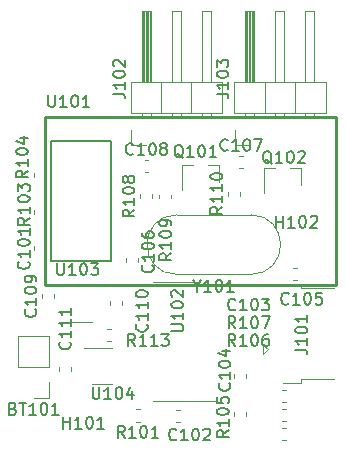
<source format=gbr>
G04 #@! TF.GenerationSoftware,KiCad,Pcbnew,(5.99.0-286-g11f0acefe)*
G04 #@! TF.CreationDate,2019-12-02T23:07:15-05:00*
G04 #@! TF.ProjectId,Controller,436f6e74-726f-46c6-9c65-722e6b696361,rev?*
G04 #@! TF.SameCoordinates,Original*
G04 #@! TF.FileFunction,Legend,Top*
G04 #@! TF.FilePolarity,Positive*
%FSLAX46Y46*%
G04 Gerber Fmt 4.6, Leading zero omitted, Abs format (unit mm)*
G04 Created by KiCad (PCBNEW (5.99.0-286-g11f0acefe)) date 2019-12-02 23:07:15*
%MOMM*%
%LPD*%
G04 APERTURE LIST*
%ADD10C,0.254000*%
%ADD11C,0.152400*%
%ADD12C,0.120000*%
%ADD13C,0.150000*%
G04 APERTURE END LIST*
D10*
X129222000Y-40548000D02*
X153860000Y-40548000D01*
X153860000Y-40548000D02*
X153860000Y-54772000D01*
X153860000Y-54772000D02*
X129222000Y-54772000D01*
X129222000Y-54772000D02*
X129222000Y-40548000D01*
D11*
X132270000Y-42580000D02*
X129730000Y-42580000D01*
X129730000Y-42580000D02*
X129730000Y-45120000D01*
X129730000Y-45120000D02*
X129730000Y-52740000D01*
X129730000Y-52740000D02*
X134810000Y-52740000D01*
X134810000Y-52740000D02*
X134810000Y-42580000D01*
X134810000Y-42580000D02*
X132270000Y-42580000D01*
D12*
X146678750Y-53906250D02*
X140428750Y-53906250D01*
X146678750Y-48856250D02*
X140428750Y-48856250D01*
X146678750Y-48856250D02*
G75*
G02X146678750Y-53906250I0J-2525000D01*
G01*
X140428750Y-48856250D02*
G75*
G03X140428750Y-53906250I0J-2525000D01*
G01*
X133213751Y-63209999D02*
X134973751Y-63209999D01*
X134973751Y-60139999D02*
X132543751Y-60139999D01*
X131462500Y-57910000D02*
X133262500Y-57910000D01*
X133262500Y-54690000D02*
X130812500Y-54690000D01*
X140393750Y-54521250D02*
X138443750Y-54521250D01*
X140393750Y-54521250D02*
X142343750Y-54521250D01*
X140393750Y-64641250D02*
X138443750Y-64641250D01*
X140393750Y-64641250D02*
X143843750Y-64641250D01*
X134856529Y-59510000D02*
X134530971Y-59510000D01*
X134856529Y-58490000D02*
X134530971Y-58490000D01*
X144740000Y-47225277D02*
X144740000Y-46899719D01*
X145760000Y-47225277D02*
X145760000Y-46899719D01*
X138890000Y-47475277D02*
X138890000Y-47149719D01*
X139910000Y-47475277D02*
X139910000Y-47149719D01*
X137290000Y-47462779D02*
X137290000Y-47137221D01*
X138310000Y-47462779D02*
X138310000Y-47137221D01*
X149694030Y-66291249D02*
X149368472Y-66291249D01*
X149694030Y-65271249D02*
X149368472Y-65271249D01*
X149694030Y-67891251D02*
X149368472Y-67891251D01*
X149694030Y-66871251D02*
X149368472Y-66871251D01*
X145283748Y-65856528D02*
X145283748Y-65530970D01*
X146303748Y-65856528D02*
X146303748Y-65530970D01*
X128290000Y-45662779D02*
X128290000Y-45337221D01*
X129310000Y-45662779D02*
X129310000Y-45337221D01*
X129310000Y-48437221D02*
X129310000Y-48762779D01*
X128290000Y-48437221D02*
X128290000Y-48762779D01*
X137275278Y-66360000D02*
X136949720Y-66360000D01*
X137275278Y-65340000D02*
X136949720Y-65340000D01*
X150930000Y-44852498D02*
X150000000Y-44852498D01*
X147770000Y-44852498D02*
X148700000Y-44852498D01*
X147770000Y-44852498D02*
X147770000Y-47012498D01*
X150930000Y-44852498D02*
X150930000Y-46312498D01*
X143980001Y-44602498D02*
X143050001Y-44602498D01*
X140820001Y-44602498D02*
X141750001Y-44602498D01*
X140820001Y-44602498D02*
X140820001Y-46762498D01*
X143980001Y-44602498D02*
X143980001Y-46062498D01*
X145270001Y-40272497D02*
X153010001Y-40272497D01*
X153010001Y-40272497D02*
X153010001Y-37612497D01*
X153010001Y-37612497D02*
X145270001Y-37612497D01*
X145270001Y-37612497D02*
X145270001Y-40272497D01*
X146220001Y-37612497D02*
X146220001Y-31612497D01*
X146220001Y-31612497D02*
X146980001Y-31612497D01*
X146980001Y-31612497D02*
X146980001Y-37612497D01*
X146280001Y-37612497D02*
X146280001Y-31612497D01*
X146400001Y-37612497D02*
X146400001Y-31612497D01*
X146520001Y-37612497D02*
X146520001Y-31612497D01*
X146640001Y-37612497D02*
X146640001Y-31612497D01*
X146760001Y-37612497D02*
X146760001Y-31612497D01*
X146880001Y-37612497D02*
X146880001Y-31612497D01*
X146220001Y-40602497D02*
X146220001Y-40272497D01*
X146980001Y-40602497D02*
X146980001Y-40272497D01*
X147870001Y-40272497D02*
X147870001Y-37612497D01*
X148760001Y-37612497D02*
X148760001Y-31612497D01*
X148760001Y-31612497D02*
X149520001Y-31612497D01*
X149520001Y-31612497D02*
X149520001Y-37612497D01*
X148760001Y-40669568D02*
X148760001Y-40272497D01*
X149520001Y-40669568D02*
X149520001Y-40272497D01*
X150410001Y-40272497D02*
X150410001Y-37612497D01*
X151300001Y-37612497D02*
X151300001Y-31612497D01*
X151300001Y-31612497D02*
X152060001Y-31612497D01*
X152060001Y-31612497D02*
X152060001Y-37612497D01*
X151300001Y-40669568D02*
X151300001Y-40272497D01*
X152060001Y-40669568D02*
X152060001Y-40272497D01*
X146600001Y-42982497D02*
X145330001Y-42982497D01*
X145330001Y-42982497D02*
X145330001Y-41712497D01*
X136520001Y-40272498D02*
X144260001Y-40272498D01*
X144260001Y-40272498D02*
X144260001Y-37612498D01*
X144260001Y-37612498D02*
X136520001Y-37612498D01*
X136520001Y-37612498D02*
X136520001Y-40272498D01*
X137470001Y-37612498D02*
X137470001Y-31612498D01*
X137470001Y-31612498D02*
X138230001Y-31612498D01*
X138230001Y-31612498D02*
X138230001Y-37612498D01*
X137530001Y-37612498D02*
X137530001Y-31612498D01*
X137650001Y-37612498D02*
X137650001Y-31612498D01*
X137770001Y-37612498D02*
X137770001Y-31612498D01*
X137890001Y-37612498D02*
X137890001Y-31612498D01*
X138010001Y-37612498D02*
X138010001Y-31612498D01*
X138130001Y-37612498D02*
X138130001Y-31612498D01*
X137470001Y-40602498D02*
X137470001Y-40272498D01*
X138230001Y-40602498D02*
X138230001Y-40272498D01*
X139120001Y-40272498D02*
X139120001Y-37612498D01*
X140010001Y-37612498D02*
X140010001Y-31612498D01*
X140010001Y-31612498D02*
X140770001Y-31612498D01*
X140770001Y-31612498D02*
X140770001Y-37612498D01*
X140010001Y-40669569D02*
X140010001Y-40272498D01*
X140770001Y-40669569D02*
X140770001Y-40272498D01*
X141660001Y-40272498D02*
X141660001Y-37612498D01*
X142550001Y-37612498D02*
X142550001Y-31612498D01*
X142550001Y-31612498D02*
X143310001Y-31612498D01*
X143310001Y-31612498D02*
X143310001Y-37612498D01*
X142550001Y-40669569D02*
X142550001Y-40272498D01*
X143310001Y-40669569D02*
X143310001Y-40272498D01*
X137850001Y-42982498D02*
X136580001Y-42982498D01*
X136580001Y-42982498D02*
X136580001Y-41712498D01*
X150943750Y-63091251D02*
X149393750Y-63091251D01*
X150943750Y-63091251D02*
X150943750Y-62791251D01*
X153743750Y-62791251D02*
X150943750Y-62791251D01*
X150943750Y-54791251D02*
X149393750Y-54791251D01*
X150943750Y-55091251D02*
X150943750Y-54791251D01*
X153743750Y-55091251D02*
X150943750Y-55091251D01*
X147693750Y-59841251D02*
X148143750Y-60241251D01*
X147693750Y-60641251D02*
X147693750Y-59841251D01*
X148143750Y-60241251D02*
X147693750Y-60641251D01*
X130483750Y-62050282D02*
X130483750Y-61724724D01*
X131503750Y-62050282D02*
X131503750Y-61724724D01*
X134752500Y-56462779D02*
X134752500Y-56137221D01*
X135772500Y-56462779D02*
X135772500Y-56137221D01*
X129002500Y-55912779D02*
X129002500Y-55587221D01*
X130022500Y-55912779D02*
X130022500Y-55587221D01*
X137687221Y-44252497D02*
X138012779Y-44252497D01*
X137687221Y-45272497D02*
X138012779Y-45272497D01*
X145687221Y-43902498D02*
X146012779Y-43902498D01*
X145687221Y-44922498D02*
X146012779Y-44922498D01*
X136140000Y-52862779D02*
X136140000Y-52537221D01*
X137160000Y-52862779D02*
X137160000Y-52537221D01*
X150237221Y-53340000D02*
X150562779Y-53340000D01*
X150237221Y-54360000D02*
X150562779Y-54360000D01*
X146303750Y-62318471D02*
X146303750Y-62644029D01*
X145283750Y-62318471D02*
X145283750Y-62644029D01*
X149368471Y-63671250D02*
X149694029Y-63671250D01*
X149368471Y-64691250D02*
X149694029Y-64691250D01*
X140330973Y-65371249D02*
X140656531Y-65371249D01*
X140330973Y-66391249D02*
X140656531Y-66391249D01*
X129310000Y-51537221D02*
X129310000Y-51862779D01*
X128290000Y-51537221D02*
X128290000Y-51862779D01*
X129623750Y-59130000D02*
X126963750Y-59130000D01*
X129623750Y-61730000D02*
X129623750Y-59130000D01*
X126963750Y-61730000D02*
X126963750Y-59130000D01*
X129623750Y-61730000D02*
X126963750Y-61730000D01*
X129623750Y-63000000D02*
X129623750Y-64330000D01*
X129623750Y-64330000D02*
X128293750Y-64330000D01*
D13*
X148835714Y-49952380D02*
X148835714Y-48952380D01*
X148835714Y-49428571D02*
X149407142Y-49428571D01*
X149407142Y-49952380D02*
X149407142Y-48952380D01*
X150407142Y-49952380D02*
X149835714Y-49952380D01*
X150121428Y-49952380D02*
X150121428Y-48952380D01*
X150026190Y-49095238D01*
X149930952Y-49190476D01*
X149835714Y-49238095D01*
X151026190Y-48952380D02*
X151121428Y-48952380D01*
X151216666Y-49000000D01*
X151264285Y-49047619D01*
X151311904Y-49142857D01*
X151359523Y-49333333D01*
X151359523Y-49571428D01*
X151311904Y-49761904D01*
X151264285Y-49857142D01*
X151216666Y-49904761D01*
X151121428Y-49952380D01*
X151026190Y-49952380D01*
X150930952Y-49904761D01*
X150883333Y-49857142D01*
X150835714Y-49761904D01*
X150788095Y-49571428D01*
X150788095Y-49333333D01*
X150835714Y-49142857D01*
X150883333Y-49047619D01*
X150930952Y-49000000D01*
X151026190Y-48952380D01*
X151740476Y-49047619D02*
X151788095Y-49000000D01*
X151883333Y-48952380D01*
X152121428Y-48952380D01*
X152216666Y-49000000D01*
X152264285Y-49047619D01*
X152311904Y-49142857D01*
X152311904Y-49238095D01*
X152264285Y-49380952D01*
X151692857Y-49952380D01*
X152311904Y-49952380D01*
X130785714Y-66952380D02*
X130785714Y-65952380D01*
X130785714Y-66428571D02*
X131357142Y-66428571D01*
X131357142Y-66952380D02*
X131357142Y-65952380D01*
X132357142Y-66952380D02*
X131785714Y-66952380D01*
X132071428Y-66952380D02*
X132071428Y-65952380D01*
X131976190Y-66095238D01*
X131880952Y-66190476D01*
X131785714Y-66238095D01*
X132976190Y-65952380D02*
X133071428Y-65952380D01*
X133166666Y-66000000D01*
X133214285Y-66047619D01*
X133261904Y-66142857D01*
X133309523Y-66333333D01*
X133309523Y-66571428D01*
X133261904Y-66761904D01*
X133214285Y-66857142D01*
X133166666Y-66904761D01*
X133071428Y-66952380D01*
X132976190Y-66952380D01*
X132880952Y-66904761D01*
X132833333Y-66857142D01*
X132785714Y-66761904D01*
X132738095Y-66571428D01*
X132738095Y-66333333D01*
X132785714Y-66142857D01*
X132833333Y-66047619D01*
X132880952Y-66000000D01*
X132976190Y-65952380D01*
X134261904Y-66952380D02*
X133690476Y-66952380D01*
X133976190Y-66952380D02*
X133976190Y-65952380D01*
X133880952Y-66095238D01*
X133785714Y-66190476D01*
X133690476Y-66238095D01*
X129539714Y-38730380D02*
X129539714Y-39539904D01*
X129587333Y-39635142D01*
X129634952Y-39682761D01*
X129730190Y-39730380D01*
X129920666Y-39730380D01*
X130015904Y-39682761D01*
X130063523Y-39635142D01*
X130111142Y-39539904D01*
X130111142Y-38730380D01*
X131111142Y-39730380D02*
X130539714Y-39730380D01*
X130825428Y-39730380D02*
X130825428Y-38730380D01*
X130730190Y-38873238D01*
X130634952Y-38968476D01*
X130539714Y-39016095D01*
X131730190Y-38730380D02*
X131825428Y-38730380D01*
X131920666Y-38778000D01*
X131968285Y-38825619D01*
X132015904Y-38920857D01*
X132063523Y-39111333D01*
X132063523Y-39349428D01*
X132015904Y-39539904D01*
X131968285Y-39635142D01*
X131920666Y-39682761D01*
X131825428Y-39730380D01*
X131730190Y-39730380D01*
X131634952Y-39682761D01*
X131587333Y-39635142D01*
X131539714Y-39539904D01*
X131492095Y-39349428D01*
X131492095Y-39111333D01*
X131539714Y-38920857D01*
X131587333Y-38825619D01*
X131634952Y-38778000D01*
X131730190Y-38730380D01*
X133015904Y-39730380D02*
X132444476Y-39730380D01*
X132730190Y-39730380D02*
X132730190Y-38730380D01*
X132634952Y-38873238D01*
X132539714Y-38968476D01*
X132444476Y-39016095D01*
X142125178Y-54882440D02*
X142125178Y-55358630D01*
X141791845Y-54358630D02*
X142125178Y-54882440D01*
X142458511Y-54358630D01*
X143315654Y-55358630D02*
X142744226Y-55358630D01*
X143029940Y-55358630D02*
X143029940Y-54358630D01*
X142934702Y-54501488D01*
X142839464Y-54596726D01*
X142744226Y-54644345D01*
X143934702Y-54358630D02*
X144029940Y-54358630D01*
X144125178Y-54406250D01*
X144172797Y-54453869D01*
X144220416Y-54549107D01*
X144268035Y-54739583D01*
X144268035Y-54977678D01*
X144220416Y-55168154D01*
X144172797Y-55263392D01*
X144125178Y-55311011D01*
X144029940Y-55358630D01*
X143934702Y-55358630D01*
X143839464Y-55311011D01*
X143791845Y-55263392D01*
X143744226Y-55168154D01*
X143696607Y-54977678D01*
X143696607Y-54739583D01*
X143744226Y-54549107D01*
X143791845Y-54453869D01*
X143839464Y-54406250D01*
X143934702Y-54358630D01*
X145220416Y-55358630D02*
X144648988Y-55358630D01*
X144934702Y-55358630D02*
X144934702Y-54358630D01*
X144839464Y-54501488D01*
X144744226Y-54596726D01*
X144648988Y-54644345D01*
X133285714Y-63452380D02*
X133285714Y-64261904D01*
X133333333Y-64357142D01*
X133380952Y-64404761D01*
X133476190Y-64452380D01*
X133666666Y-64452380D01*
X133761904Y-64404761D01*
X133809523Y-64357142D01*
X133857142Y-64261904D01*
X133857142Y-63452380D01*
X134857142Y-64452380D02*
X134285714Y-64452380D01*
X134571428Y-64452380D02*
X134571428Y-63452380D01*
X134476190Y-63595238D01*
X134380952Y-63690476D01*
X134285714Y-63738095D01*
X135476190Y-63452380D02*
X135571428Y-63452380D01*
X135666666Y-63500000D01*
X135714285Y-63547619D01*
X135761904Y-63642857D01*
X135809523Y-63833333D01*
X135809523Y-64071428D01*
X135761904Y-64261904D01*
X135714285Y-64357142D01*
X135666666Y-64404761D01*
X135571428Y-64452380D01*
X135476190Y-64452380D01*
X135380952Y-64404761D01*
X135333333Y-64357142D01*
X135285714Y-64261904D01*
X135238095Y-64071428D01*
X135238095Y-63833333D01*
X135285714Y-63642857D01*
X135333333Y-63547619D01*
X135380952Y-63500000D01*
X135476190Y-63452380D01*
X136666666Y-63785714D02*
X136666666Y-64452380D01*
X136428571Y-63404761D02*
X136190476Y-64119047D01*
X136809523Y-64119047D01*
X130285714Y-52952380D02*
X130285714Y-53761904D01*
X130333333Y-53857142D01*
X130380952Y-53904761D01*
X130476190Y-53952380D01*
X130666666Y-53952380D01*
X130761904Y-53904761D01*
X130809523Y-53857142D01*
X130857142Y-53761904D01*
X130857142Y-52952380D01*
X131857142Y-53952380D02*
X131285714Y-53952380D01*
X131571428Y-53952380D02*
X131571428Y-52952380D01*
X131476190Y-53095238D01*
X131380952Y-53190476D01*
X131285714Y-53238095D01*
X132476190Y-52952380D02*
X132571428Y-52952380D01*
X132666666Y-53000000D01*
X132714285Y-53047619D01*
X132761904Y-53142857D01*
X132809523Y-53333333D01*
X132809523Y-53571428D01*
X132761904Y-53761904D01*
X132714285Y-53857142D01*
X132666666Y-53904761D01*
X132571428Y-53952380D01*
X132476190Y-53952380D01*
X132380952Y-53904761D01*
X132333333Y-53857142D01*
X132285714Y-53761904D01*
X132238095Y-53571428D01*
X132238095Y-53333333D01*
X132285714Y-53142857D01*
X132333333Y-53047619D01*
X132380952Y-53000000D01*
X132476190Y-52952380D01*
X133142857Y-52952380D02*
X133761904Y-52952380D01*
X133428571Y-53333333D01*
X133571428Y-53333333D01*
X133666666Y-53380952D01*
X133714285Y-53428571D01*
X133761904Y-53523809D01*
X133761904Y-53761904D01*
X133714285Y-53857142D01*
X133666666Y-53904761D01*
X133571428Y-53952380D01*
X133285714Y-53952380D01*
X133190476Y-53904761D01*
X133142857Y-53857142D01*
X139952380Y-58714285D02*
X140761904Y-58714285D01*
X140857142Y-58666666D01*
X140904761Y-58619047D01*
X140952380Y-58523809D01*
X140952380Y-58333333D01*
X140904761Y-58238095D01*
X140857142Y-58190476D01*
X140761904Y-58142857D01*
X139952380Y-58142857D01*
X140952380Y-57142857D02*
X140952380Y-57714285D01*
X140952380Y-57428571D02*
X139952380Y-57428571D01*
X140095238Y-57523809D01*
X140190476Y-57619047D01*
X140238095Y-57714285D01*
X139952380Y-56523809D02*
X139952380Y-56428571D01*
X140000000Y-56333333D01*
X140047619Y-56285714D01*
X140142857Y-56238095D01*
X140333333Y-56190476D01*
X140571428Y-56190476D01*
X140761904Y-56238095D01*
X140857142Y-56285714D01*
X140904761Y-56333333D01*
X140952380Y-56428571D01*
X140952380Y-56523809D01*
X140904761Y-56619047D01*
X140857142Y-56666666D01*
X140761904Y-56714285D01*
X140571428Y-56761904D01*
X140333333Y-56761904D01*
X140142857Y-56714285D01*
X140047619Y-56666666D01*
X140000000Y-56619047D01*
X139952380Y-56523809D01*
X140047619Y-55809523D02*
X140000000Y-55761904D01*
X139952380Y-55666666D01*
X139952380Y-55428571D01*
X140000000Y-55333333D01*
X140047619Y-55285714D01*
X140142857Y-55238095D01*
X140238095Y-55238095D01*
X140380952Y-55285714D01*
X140952380Y-55857142D01*
X140952380Y-55238095D01*
X136880952Y-59952380D02*
X136547619Y-59476190D01*
X136309523Y-59952380D02*
X136309523Y-58952380D01*
X136690476Y-58952380D01*
X136785714Y-59000000D01*
X136833333Y-59047619D01*
X136880952Y-59142857D01*
X136880952Y-59285714D01*
X136833333Y-59380952D01*
X136785714Y-59428571D01*
X136690476Y-59476190D01*
X136309523Y-59476190D01*
X137833333Y-59952380D02*
X137261904Y-59952380D01*
X137547619Y-59952380D02*
X137547619Y-58952380D01*
X137452380Y-59095238D01*
X137357142Y-59190476D01*
X137261904Y-59238095D01*
X138785714Y-59952380D02*
X138214285Y-59952380D01*
X138500000Y-59952380D02*
X138500000Y-58952380D01*
X138404761Y-59095238D01*
X138309523Y-59190476D01*
X138214285Y-59238095D01*
X139119047Y-58952380D02*
X139738095Y-58952380D01*
X139404761Y-59333333D01*
X139547619Y-59333333D01*
X139642857Y-59380952D01*
X139690476Y-59428571D01*
X139738095Y-59523809D01*
X139738095Y-59761904D01*
X139690476Y-59857142D01*
X139642857Y-59904761D01*
X139547619Y-59952380D01*
X139261904Y-59952380D01*
X139166666Y-59904761D01*
X139119047Y-59857142D01*
X144272380Y-48181545D02*
X143796190Y-48514878D01*
X144272380Y-48752974D02*
X143272380Y-48752974D01*
X143272380Y-48372021D01*
X143320000Y-48276783D01*
X143367619Y-48229164D01*
X143462857Y-48181545D01*
X143605714Y-48181545D01*
X143700952Y-48229164D01*
X143748571Y-48276783D01*
X143796190Y-48372021D01*
X143796190Y-48752974D01*
X144272380Y-47229164D02*
X144272380Y-47800593D01*
X144272380Y-47514878D02*
X143272380Y-47514878D01*
X143415238Y-47610117D01*
X143510476Y-47705355D01*
X143558095Y-47800593D01*
X144272380Y-46276783D02*
X144272380Y-46848212D01*
X144272380Y-46562498D02*
X143272380Y-46562498D01*
X143415238Y-46657736D01*
X143510476Y-46752974D01*
X143558095Y-46848212D01*
X143272380Y-45657736D02*
X143272380Y-45562498D01*
X143320000Y-45467259D01*
X143367619Y-45419640D01*
X143462857Y-45372021D01*
X143653333Y-45324402D01*
X143891428Y-45324402D01*
X144081904Y-45372021D01*
X144177142Y-45419640D01*
X144224761Y-45467259D01*
X144272380Y-45562498D01*
X144272380Y-45657736D01*
X144224761Y-45752974D01*
X144177142Y-45800593D01*
X144081904Y-45848212D01*
X143891428Y-45895831D01*
X143653333Y-45895831D01*
X143462857Y-45848212D01*
X143367619Y-45800593D01*
X143320000Y-45752974D01*
X143272380Y-45657736D01*
X139952380Y-52119047D02*
X139476190Y-52452380D01*
X139952380Y-52690476D02*
X138952380Y-52690476D01*
X138952380Y-52309523D01*
X139000000Y-52214285D01*
X139047619Y-52166666D01*
X139142857Y-52119047D01*
X139285714Y-52119047D01*
X139380952Y-52166666D01*
X139428571Y-52214285D01*
X139476190Y-52309523D01*
X139476190Y-52690476D01*
X139952380Y-51166666D02*
X139952380Y-51738095D01*
X139952380Y-51452380D02*
X138952380Y-51452380D01*
X139095238Y-51547619D01*
X139190476Y-51642857D01*
X139238095Y-51738095D01*
X138952380Y-50547619D02*
X138952380Y-50452380D01*
X139000000Y-50357142D01*
X139047619Y-50309523D01*
X139142857Y-50261904D01*
X139333333Y-50214285D01*
X139571428Y-50214285D01*
X139761904Y-50261904D01*
X139857142Y-50309523D01*
X139904761Y-50357142D01*
X139952380Y-50452380D01*
X139952380Y-50547619D01*
X139904761Y-50642857D01*
X139857142Y-50690476D01*
X139761904Y-50738095D01*
X139571428Y-50785714D01*
X139333333Y-50785714D01*
X139142857Y-50738095D01*
X139047619Y-50690476D01*
X139000000Y-50642857D01*
X138952380Y-50547619D01*
X139952380Y-49738095D02*
X139952380Y-49547619D01*
X139904761Y-49452380D01*
X139857142Y-49404761D01*
X139714285Y-49309523D01*
X139523809Y-49261904D01*
X139142857Y-49261904D01*
X139047619Y-49309523D01*
X139000000Y-49357142D01*
X138952380Y-49452380D01*
X138952380Y-49642857D01*
X139000000Y-49738095D01*
X139047619Y-49785714D01*
X139142857Y-49833333D01*
X139380952Y-49833333D01*
X139476190Y-49785714D01*
X139523809Y-49738095D01*
X139571428Y-49642857D01*
X139571428Y-49452380D01*
X139523809Y-49357142D01*
X139476190Y-49309523D01*
X139380952Y-49261904D01*
X136822380Y-48419047D02*
X136346190Y-48752380D01*
X136822380Y-48990476D02*
X135822380Y-48990476D01*
X135822380Y-48609523D01*
X135870000Y-48514285D01*
X135917619Y-48466666D01*
X136012857Y-48419047D01*
X136155714Y-48419047D01*
X136250952Y-48466666D01*
X136298571Y-48514285D01*
X136346190Y-48609523D01*
X136346190Y-48990476D01*
X136822380Y-47466666D02*
X136822380Y-48038095D01*
X136822380Y-47752380D02*
X135822380Y-47752380D01*
X135965238Y-47847619D01*
X136060476Y-47942857D01*
X136108095Y-48038095D01*
X135822380Y-46847619D02*
X135822380Y-46752380D01*
X135870000Y-46657142D01*
X135917619Y-46609523D01*
X136012857Y-46561904D01*
X136203333Y-46514285D01*
X136441428Y-46514285D01*
X136631904Y-46561904D01*
X136727142Y-46609523D01*
X136774761Y-46657142D01*
X136822380Y-46752380D01*
X136822380Y-46847619D01*
X136774761Y-46942857D01*
X136727142Y-46990476D01*
X136631904Y-47038095D01*
X136441428Y-47085714D01*
X136203333Y-47085714D01*
X136012857Y-47038095D01*
X135917619Y-46990476D01*
X135870000Y-46942857D01*
X135822380Y-46847619D01*
X136250952Y-45942857D02*
X136203333Y-46038095D01*
X136155714Y-46085714D01*
X136060476Y-46133333D01*
X136012857Y-46133333D01*
X135917619Y-46085714D01*
X135870000Y-46038095D01*
X135822380Y-45942857D01*
X135822380Y-45752380D01*
X135870000Y-45657142D01*
X135917619Y-45609523D01*
X136012857Y-45561904D01*
X136060476Y-45561904D01*
X136155714Y-45609523D01*
X136203333Y-45657142D01*
X136250952Y-45752380D01*
X136250952Y-45942857D01*
X136298571Y-46038095D01*
X136346190Y-46085714D01*
X136441428Y-46133333D01*
X136631904Y-46133333D01*
X136727142Y-46085714D01*
X136774761Y-46038095D01*
X136822380Y-45942857D01*
X136822380Y-45752380D01*
X136774761Y-45657142D01*
X136727142Y-45609523D01*
X136631904Y-45561904D01*
X136441428Y-45561904D01*
X136346190Y-45609523D01*
X136298571Y-45657142D01*
X136250952Y-45752380D01*
X145380952Y-58452380D02*
X145047619Y-57976190D01*
X144809523Y-58452380D02*
X144809523Y-57452380D01*
X145190476Y-57452380D01*
X145285714Y-57500000D01*
X145333333Y-57547619D01*
X145380952Y-57642857D01*
X145380952Y-57785714D01*
X145333333Y-57880952D01*
X145285714Y-57928571D01*
X145190476Y-57976190D01*
X144809523Y-57976190D01*
X146333333Y-58452380D02*
X145761904Y-58452380D01*
X146047619Y-58452380D02*
X146047619Y-57452380D01*
X145952380Y-57595238D01*
X145857142Y-57690476D01*
X145761904Y-57738095D01*
X146952380Y-57452380D02*
X147047619Y-57452380D01*
X147142857Y-57500000D01*
X147190476Y-57547619D01*
X147238095Y-57642857D01*
X147285714Y-57833333D01*
X147285714Y-58071428D01*
X147238095Y-58261904D01*
X147190476Y-58357142D01*
X147142857Y-58404761D01*
X147047619Y-58452380D01*
X146952380Y-58452380D01*
X146857142Y-58404761D01*
X146809523Y-58357142D01*
X146761904Y-58261904D01*
X146714285Y-58071428D01*
X146714285Y-57833333D01*
X146761904Y-57642857D01*
X146809523Y-57547619D01*
X146857142Y-57500000D01*
X146952380Y-57452380D01*
X147619047Y-57452380D02*
X148285714Y-57452380D01*
X147857142Y-58452380D01*
X145380952Y-59952380D02*
X145047619Y-59476190D01*
X144809523Y-59952380D02*
X144809523Y-58952380D01*
X145190476Y-58952380D01*
X145285714Y-59000000D01*
X145333333Y-59047619D01*
X145380952Y-59142857D01*
X145380952Y-59285714D01*
X145333333Y-59380952D01*
X145285714Y-59428571D01*
X145190476Y-59476190D01*
X144809523Y-59476190D01*
X146333333Y-59952380D02*
X145761904Y-59952380D01*
X146047619Y-59952380D02*
X146047619Y-58952380D01*
X145952380Y-59095238D01*
X145857142Y-59190476D01*
X145761904Y-59238095D01*
X146952380Y-58952380D02*
X147047619Y-58952380D01*
X147142857Y-59000000D01*
X147190476Y-59047619D01*
X147238095Y-59142857D01*
X147285714Y-59333333D01*
X147285714Y-59571428D01*
X147238095Y-59761904D01*
X147190476Y-59857142D01*
X147142857Y-59904761D01*
X147047619Y-59952380D01*
X146952380Y-59952380D01*
X146857142Y-59904761D01*
X146809523Y-59857142D01*
X146761904Y-59761904D01*
X146714285Y-59571428D01*
X146714285Y-59333333D01*
X146761904Y-59142857D01*
X146809523Y-59047619D01*
X146857142Y-59000000D01*
X146952380Y-58952380D01*
X148142857Y-58952380D02*
X147952380Y-58952380D01*
X147857142Y-59000000D01*
X147809523Y-59047619D01*
X147714285Y-59190476D01*
X147666666Y-59380952D01*
X147666666Y-59761904D01*
X147714285Y-59857142D01*
X147761904Y-59904761D01*
X147857142Y-59952380D01*
X148047619Y-59952380D01*
X148142857Y-59904761D01*
X148190476Y-59857142D01*
X148238095Y-59761904D01*
X148238095Y-59523809D01*
X148190476Y-59428571D01*
X148142857Y-59380952D01*
X148047619Y-59333333D01*
X147857142Y-59333333D01*
X147761904Y-59380952D01*
X147714285Y-59428571D01*
X147666666Y-59523809D01*
X144816128Y-67119047D02*
X144339938Y-67452380D01*
X144816128Y-67690476D02*
X143816128Y-67690476D01*
X143816128Y-67309523D01*
X143863748Y-67214285D01*
X143911367Y-67166666D01*
X144006605Y-67119047D01*
X144149462Y-67119047D01*
X144244700Y-67166666D01*
X144292319Y-67214285D01*
X144339938Y-67309523D01*
X144339938Y-67690476D01*
X144816128Y-66166666D02*
X144816128Y-66738095D01*
X144816128Y-66452380D02*
X143816128Y-66452380D01*
X143958986Y-66547619D01*
X144054224Y-66642857D01*
X144101843Y-66738095D01*
X143816128Y-65547619D02*
X143816128Y-65452380D01*
X143863748Y-65357142D01*
X143911367Y-65309523D01*
X144006605Y-65261904D01*
X144197081Y-65214285D01*
X144435176Y-65214285D01*
X144625652Y-65261904D01*
X144720890Y-65309523D01*
X144768509Y-65357142D01*
X144816128Y-65452380D01*
X144816128Y-65547619D01*
X144768509Y-65642857D01*
X144720890Y-65690476D01*
X144625652Y-65738095D01*
X144435176Y-65785714D01*
X144197081Y-65785714D01*
X144006605Y-65738095D01*
X143911367Y-65690476D01*
X143863748Y-65642857D01*
X143816128Y-65547619D01*
X143816128Y-64309523D02*
X143816128Y-64785714D01*
X144292319Y-64833333D01*
X144244700Y-64785714D01*
X144197081Y-64690476D01*
X144197081Y-64452380D01*
X144244700Y-64357142D01*
X144292319Y-64309523D01*
X144387557Y-64261904D01*
X144625652Y-64261904D01*
X144720890Y-64309523D01*
X144768509Y-64357142D01*
X144816128Y-64452380D01*
X144816128Y-64690476D01*
X144768509Y-64785714D01*
X144720890Y-64833333D01*
X127822380Y-45119047D02*
X127346190Y-45452380D01*
X127822380Y-45690476D02*
X126822380Y-45690476D01*
X126822380Y-45309523D01*
X126870000Y-45214285D01*
X126917619Y-45166666D01*
X127012857Y-45119047D01*
X127155714Y-45119047D01*
X127250952Y-45166666D01*
X127298571Y-45214285D01*
X127346190Y-45309523D01*
X127346190Y-45690476D01*
X127822380Y-44166666D02*
X127822380Y-44738095D01*
X127822380Y-44452380D02*
X126822380Y-44452380D01*
X126965238Y-44547619D01*
X127060476Y-44642857D01*
X127108095Y-44738095D01*
X126822380Y-43547619D02*
X126822380Y-43452380D01*
X126870000Y-43357142D01*
X126917619Y-43309523D01*
X127012857Y-43261904D01*
X127203333Y-43214285D01*
X127441428Y-43214285D01*
X127631904Y-43261904D01*
X127727142Y-43309523D01*
X127774761Y-43357142D01*
X127822380Y-43452380D01*
X127822380Y-43547619D01*
X127774761Y-43642857D01*
X127727142Y-43690476D01*
X127631904Y-43738095D01*
X127441428Y-43785714D01*
X127203333Y-43785714D01*
X127012857Y-43738095D01*
X126917619Y-43690476D01*
X126870000Y-43642857D01*
X126822380Y-43547619D01*
X127155714Y-42357142D02*
X127822380Y-42357142D01*
X126774761Y-42595238D02*
X127489047Y-42833333D01*
X127489047Y-42214285D01*
X127952380Y-49119047D02*
X127476190Y-49452380D01*
X127952380Y-49690476D02*
X126952380Y-49690476D01*
X126952380Y-49309523D01*
X127000000Y-49214285D01*
X127047619Y-49166666D01*
X127142857Y-49119047D01*
X127285714Y-49119047D01*
X127380952Y-49166666D01*
X127428571Y-49214285D01*
X127476190Y-49309523D01*
X127476190Y-49690476D01*
X127952380Y-48166666D02*
X127952380Y-48738095D01*
X127952380Y-48452380D02*
X126952380Y-48452380D01*
X127095238Y-48547619D01*
X127190476Y-48642857D01*
X127238095Y-48738095D01*
X126952380Y-47547619D02*
X126952380Y-47452380D01*
X127000000Y-47357142D01*
X127047619Y-47309523D01*
X127142857Y-47261904D01*
X127333333Y-47214285D01*
X127571428Y-47214285D01*
X127761904Y-47261904D01*
X127857142Y-47309523D01*
X127904761Y-47357142D01*
X127952380Y-47452380D01*
X127952380Y-47547619D01*
X127904761Y-47642857D01*
X127857142Y-47690476D01*
X127761904Y-47738095D01*
X127571428Y-47785714D01*
X127333333Y-47785714D01*
X127142857Y-47738095D01*
X127047619Y-47690476D01*
X127000000Y-47642857D01*
X126952380Y-47547619D01*
X126952380Y-46880952D02*
X126952380Y-46261904D01*
X127333333Y-46595238D01*
X127333333Y-46452380D01*
X127380952Y-46357142D01*
X127428571Y-46309523D01*
X127523809Y-46261904D01*
X127761904Y-46261904D01*
X127857142Y-46309523D01*
X127904761Y-46357142D01*
X127952380Y-46452380D01*
X127952380Y-46738095D01*
X127904761Y-46833333D01*
X127857142Y-46880952D01*
X135993451Y-67732380D02*
X135660118Y-67256190D01*
X135422022Y-67732380D02*
X135422022Y-66732380D01*
X135802975Y-66732380D01*
X135898213Y-66780000D01*
X135945832Y-66827619D01*
X135993451Y-66922857D01*
X135993451Y-67065714D01*
X135945832Y-67160952D01*
X135898213Y-67208571D01*
X135802975Y-67256190D01*
X135422022Y-67256190D01*
X136945832Y-67732380D02*
X136374403Y-67732380D01*
X136660118Y-67732380D02*
X136660118Y-66732380D01*
X136564879Y-66875238D01*
X136469641Y-66970476D01*
X136374403Y-67018095D01*
X137564879Y-66732380D02*
X137660118Y-66732380D01*
X137755356Y-66780000D01*
X137802975Y-66827619D01*
X137850594Y-66922857D01*
X137898213Y-67113333D01*
X137898213Y-67351428D01*
X137850594Y-67541904D01*
X137802975Y-67637142D01*
X137755356Y-67684761D01*
X137660118Y-67732380D01*
X137564879Y-67732380D01*
X137469641Y-67684761D01*
X137422022Y-67637142D01*
X137374403Y-67541904D01*
X137326784Y-67351428D01*
X137326784Y-67113333D01*
X137374403Y-66922857D01*
X137422022Y-66827619D01*
X137469641Y-66780000D01*
X137564879Y-66732380D01*
X138850594Y-67732380D02*
X138279165Y-67732380D01*
X138564879Y-67732380D02*
X138564879Y-66732380D01*
X138469641Y-66875238D01*
X138374403Y-66970476D01*
X138279165Y-67018095D01*
X148452380Y-44547619D02*
X148357142Y-44500000D01*
X148261904Y-44404761D01*
X148119047Y-44261904D01*
X148023809Y-44214285D01*
X147928571Y-44214285D01*
X147976190Y-44452380D02*
X147880952Y-44404761D01*
X147785714Y-44309523D01*
X147738095Y-44119047D01*
X147738095Y-43785714D01*
X147785714Y-43595238D01*
X147880952Y-43500000D01*
X147976190Y-43452380D01*
X148166666Y-43452380D01*
X148261904Y-43500000D01*
X148357142Y-43595238D01*
X148404761Y-43785714D01*
X148404761Y-44119047D01*
X148357142Y-44309523D01*
X148261904Y-44404761D01*
X148166666Y-44452380D01*
X147976190Y-44452380D01*
X149357142Y-44452380D02*
X148785714Y-44452380D01*
X149071428Y-44452380D02*
X149071428Y-43452380D01*
X148976190Y-43595238D01*
X148880952Y-43690476D01*
X148785714Y-43738095D01*
X149976190Y-43452380D02*
X150071428Y-43452380D01*
X150166666Y-43500000D01*
X150214285Y-43547619D01*
X150261904Y-43642857D01*
X150309523Y-43833333D01*
X150309523Y-44071428D01*
X150261904Y-44261904D01*
X150214285Y-44357142D01*
X150166666Y-44404761D01*
X150071428Y-44452380D01*
X149976190Y-44452380D01*
X149880952Y-44404761D01*
X149833333Y-44357142D01*
X149785714Y-44261904D01*
X149738095Y-44071428D01*
X149738095Y-43833333D01*
X149785714Y-43642857D01*
X149833333Y-43547619D01*
X149880952Y-43500000D01*
X149976190Y-43452380D01*
X150690476Y-43547619D02*
X150738095Y-43500000D01*
X150833333Y-43452380D01*
X151071428Y-43452380D01*
X151166666Y-43500000D01*
X151214285Y-43547619D01*
X151261904Y-43642857D01*
X151261904Y-43738095D01*
X151214285Y-43880952D01*
X150642857Y-44452380D01*
X151261904Y-44452380D01*
X140952380Y-44047619D02*
X140857142Y-44000000D01*
X140761904Y-43904761D01*
X140619047Y-43761904D01*
X140523809Y-43714285D01*
X140428571Y-43714285D01*
X140476190Y-43952380D02*
X140380952Y-43904761D01*
X140285714Y-43809523D01*
X140238095Y-43619047D01*
X140238095Y-43285714D01*
X140285714Y-43095238D01*
X140380952Y-43000000D01*
X140476190Y-42952380D01*
X140666666Y-42952380D01*
X140761904Y-43000000D01*
X140857142Y-43095238D01*
X140904761Y-43285714D01*
X140904761Y-43619047D01*
X140857142Y-43809523D01*
X140761904Y-43904761D01*
X140666666Y-43952380D01*
X140476190Y-43952380D01*
X141857142Y-43952380D02*
X141285714Y-43952380D01*
X141571428Y-43952380D02*
X141571428Y-42952380D01*
X141476190Y-43095238D01*
X141380952Y-43190476D01*
X141285714Y-43238095D01*
X142476190Y-42952380D02*
X142571428Y-42952380D01*
X142666666Y-43000000D01*
X142714285Y-43047619D01*
X142761904Y-43142857D01*
X142809523Y-43333333D01*
X142809523Y-43571428D01*
X142761904Y-43761904D01*
X142714285Y-43857142D01*
X142666666Y-43904761D01*
X142571428Y-43952380D01*
X142476190Y-43952380D01*
X142380952Y-43904761D01*
X142333333Y-43857142D01*
X142285714Y-43761904D01*
X142238095Y-43571428D01*
X142238095Y-43333333D01*
X142285714Y-43142857D01*
X142333333Y-43047619D01*
X142380952Y-43000000D01*
X142476190Y-42952380D01*
X143761904Y-43952380D02*
X143190476Y-43952380D01*
X143476190Y-43952380D02*
X143476190Y-42952380D01*
X143380952Y-43095238D01*
X143285714Y-43190476D01*
X143190476Y-43238095D01*
X143782381Y-38613211D02*
X144496667Y-38613211D01*
X144639524Y-38660830D01*
X144734762Y-38756068D01*
X144782381Y-38898925D01*
X144782381Y-38994163D01*
X144782381Y-37613211D02*
X144782381Y-38184639D01*
X144782381Y-37898925D02*
X143782381Y-37898925D01*
X143925239Y-37994163D01*
X144020477Y-38089401D01*
X144068096Y-38184639D01*
X143782381Y-36994163D02*
X143782381Y-36898925D01*
X143830001Y-36803687D01*
X143877620Y-36756068D01*
X143972858Y-36708449D01*
X144163334Y-36660830D01*
X144401429Y-36660830D01*
X144591905Y-36708449D01*
X144687143Y-36756068D01*
X144734762Y-36803687D01*
X144782381Y-36898925D01*
X144782381Y-36994163D01*
X144734762Y-37089401D01*
X144687143Y-37137020D01*
X144591905Y-37184639D01*
X144401429Y-37232258D01*
X144163334Y-37232258D01*
X143972858Y-37184639D01*
X143877620Y-37137020D01*
X143830001Y-37089401D01*
X143782381Y-36994163D01*
X143782381Y-36327497D02*
X143782381Y-35708449D01*
X144163334Y-36041782D01*
X144163334Y-35898925D01*
X144210953Y-35803687D01*
X144258572Y-35756068D01*
X144353810Y-35708449D01*
X144591905Y-35708449D01*
X144687143Y-35756068D01*
X144734762Y-35803687D01*
X144782381Y-35898925D01*
X144782381Y-36184639D01*
X144734762Y-36279877D01*
X144687143Y-36327497D01*
X135032381Y-38613212D02*
X135746667Y-38613212D01*
X135889524Y-38660831D01*
X135984762Y-38756069D01*
X136032381Y-38898926D01*
X136032381Y-38994164D01*
X136032381Y-37613212D02*
X136032381Y-38184640D01*
X136032381Y-37898926D02*
X135032381Y-37898926D01*
X135175239Y-37994164D01*
X135270477Y-38089402D01*
X135318096Y-38184640D01*
X135032381Y-36994164D02*
X135032381Y-36898926D01*
X135080001Y-36803688D01*
X135127620Y-36756069D01*
X135222858Y-36708450D01*
X135413334Y-36660831D01*
X135651429Y-36660831D01*
X135841905Y-36708450D01*
X135937143Y-36756069D01*
X135984762Y-36803688D01*
X136032381Y-36898926D01*
X136032381Y-36994164D01*
X135984762Y-37089402D01*
X135937143Y-37137021D01*
X135841905Y-37184640D01*
X135651429Y-37232259D01*
X135413334Y-37232259D01*
X135222858Y-37184640D01*
X135127620Y-37137021D01*
X135080001Y-37089402D01*
X135032381Y-36994164D01*
X135127620Y-36279878D02*
X135080001Y-36232259D01*
X135032381Y-36137021D01*
X135032381Y-35898926D01*
X135080001Y-35803688D01*
X135127620Y-35756069D01*
X135222858Y-35708450D01*
X135318096Y-35708450D01*
X135460953Y-35756069D01*
X136032381Y-36327498D01*
X136032381Y-35708450D01*
X150452380Y-60285714D02*
X151166666Y-60285714D01*
X151309523Y-60333333D01*
X151404761Y-60428571D01*
X151452380Y-60571428D01*
X151452380Y-60666666D01*
X151452380Y-59285714D02*
X151452380Y-59857142D01*
X151452380Y-59571428D02*
X150452380Y-59571428D01*
X150595238Y-59666666D01*
X150690476Y-59761904D01*
X150738095Y-59857142D01*
X150452380Y-58666666D02*
X150452380Y-58571428D01*
X150500000Y-58476190D01*
X150547619Y-58428571D01*
X150642857Y-58380952D01*
X150833333Y-58333333D01*
X151071428Y-58333333D01*
X151261904Y-58380952D01*
X151357142Y-58428571D01*
X151404761Y-58476190D01*
X151452380Y-58571428D01*
X151452380Y-58666666D01*
X151404761Y-58761904D01*
X151357142Y-58809523D01*
X151261904Y-58857142D01*
X151071428Y-58904761D01*
X150833333Y-58904761D01*
X150642857Y-58857142D01*
X150547619Y-58809523D01*
X150500000Y-58761904D01*
X150452380Y-58666666D01*
X151452380Y-57380952D02*
X151452380Y-57952380D01*
X151452380Y-57666666D02*
X150452380Y-57666666D01*
X150595238Y-57761904D01*
X150690476Y-57857142D01*
X150738095Y-57952380D01*
X131357142Y-59619047D02*
X131404761Y-59666666D01*
X131452380Y-59809523D01*
X131452380Y-59904761D01*
X131404761Y-60047619D01*
X131309523Y-60142857D01*
X131214285Y-60190476D01*
X131023809Y-60238095D01*
X130880952Y-60238095D01*
X130690476Y-60190476D01*
X130595238Y-60142857D01*
X130500000Y-60047619D01*
X130452380Y-59904761D01*
X130452380Y-59809523D01*
X130500000Y-59666666D01*
X130547619Y-59619047D01*
X131452380Y-58666666D02*
X131452380Y-59238095D01*
X131452380Y-58952380D02*
X130452380Y-58952380D01*
X130595238Y-59047619D01*
X130690476Y-59142857D01*
X130738095Y-59238095D01*
X131452380Y-57714285D02*
X131452380Y-58285714D01*
X131452380Y-58000000D02*
X130452380Y-58000000D01*
X130595238Y-58095238D01*
X130690476Y-58190476D01*
X130738095Y-58285714D01*
X131452380Y-56761904D02*
X131452380Y-57333333D01*
X131452380Y-57047619D02*
X130452380Y-57047619D01*
X130595238Y-57142857D01*
X130690476Y-57238095D01*
X130738095Y-57333333D01*
X137857142Y-58119047D02*
X137904761Y-58166666D01*
X137952380Y-58309523D01*
X137952380Y-58404761D01*
X137904761Y-58547619D01*
X137809523Y-58642857D01*
X137714285Y-58690476D01*
X137523809Y-58738095D01*
X137380952Y-58738095D01*
X137190476Y-58690476D01*
X137095238Y-58642857D01*
X137000000Y-58547619D01*
X136952380Y-58404761D01*
X136952380Y-58309523D01*
X137000000Y-58166666D01*
X137047619Y-58119047D01*
X137952380Y-57166666D02*
X137952380Y-57738095D01*
X137952380Y-57452380D02*
X136952380Y-57452380D01*
X137095238Y-57547619D01*
X137190476Y-57642857D01*
X137238095Y-57738095D01*
X137952380Y-56214285D02*
X137952380Y-56785714D01*
X137952380Y-56500000D02*
X136952380Y-56500000D01*
X137095238Y-56595238D01*
X137190476Y-56690476D01*
X137238095Y-56785714D01*
X136952380Y-55595238D02*
X136952380Y-55500000D01*
X137000000Y-55404761D01*
X137047619Y-55357142D01*
X137142857Y-55309523D01*
X137333333Y-55261904D01*
X137571428Y-55261904D01*
X137761904Y-55309523D01*
X137857142Y-55357142D01*
X137904761Y-55404761D01*
X137952380Y-55500000D01*
X137952380Y-55595238D01*
X137904761Y-55690476D01*
X137857142Y-55738095D01*
X137761904Y-55785714D01*
X137571428Y-55833333D01*
X137333333Y-55833333D01*
X137142857Y-55785714D01*
X137047619Y-55738095D01*
X137000000Y-55690476D01*
X136952380Y-55595238D01*
X128439642Y-56869047D02*
X128487261Y-56916666D01*
X128534880Y-57059523D01*
X128534880Y-57154761D01*
X128487261Y-57297619D01*
X128392023Y-57392857D01*
X128296785Y-57440476D01*
X128106309Y-57488095D01*
X127963452Y-57488095D01*
X127772976Y-57440476D01*
X127677738Y-57392857D01*
X127582500Y-57297619D01*
X127534880Y-57154761D01*
X127534880Y-57059523D01*
X127582500Y-56916666D01*
X127630119Y-56869047D01*
X128534880Y-55916666D02*
X128534880Y-56488095D01*
X128534880Y-56202380D02*
X127534880Y-56202380D01*
X127677738Y-56297619D01*
X127772976Y-56392857D01*
X127820595Y-56488095D01*
X127534880Y-55297619D02*
X127534880Y-55202380D01*
X127582500Y-55107142D01*
X127630119Y-55059523D01*
X127725357Y-55011904D01*
X127915833Y-54964285D01*
X128153928Y-54964285D01*
X128344404Y-55011904D01*
X128439642Y-55059523D01*
X128487261Y-55107142D01*
X128534880Y-55202380D01*
X128534880Y-55297619D01*
X128487261Y-55392857D01*
X128439642Y-55440476D01*
X128344404Y-55488095D01*
X128153928Y-55535714D01*
X127915833Y-55535714D01*
X127725357Y-55488095D01*
X127630119Y-55440476D01*
X127582500Y-55392857D01*
X127534880Y-55297619D01*
X128534880Y-54488095D02*
X128534880Y-54297619D01*
X128487261Y-54202380D01*
X128439642Y-54154761D01*
X128296785Y-54059523D01*
X128106309Y-54011904D01*
X127725357Y-54011904D01*
X127630119Y-54059523D01*
X127582500Y-54107142D01*
X127534880Y-54202380D01*
X127534880Y-54392857D01*
X127582500Y-54488095D01*
X127630119Y-54535714D01*
X127725357Y-54583333D01*
X127963452Y-54583333D01*
X128058690Y-54535714D01*
X128106309Y-54488095D01*
X128153928Y-54392857D01*
X128153928Y-54202380D01*
X128106309Y-54107142D01*
X128058690Y-54059523D01*
X127963452Y-54011904D01*
X136730952Y-43689639D02*
X136683333Y-43737258D01*
X136540476Y-43784877D01*
X136445238Y-43784877D01*
X136302380Y-43737258D01*
X136207142Y-43642020D01*
X136159523Y-43546782D01*
X136111904Y-43356306D01*
X136111904Y-43213449D01*
X136159523Y-43022973D01*
X136207142Y-42927735D01*
X136302380Y-42832497D01*
X136445238Y-42784877D01*
X136540476Y-42784877D01*
X136683333Y-42832497D01*
X136730952Y-42880116D01*
X137683333Y-43784877D02*
X137111904Y-43784877D01*
X137397619Y-43784877D02*
X137397619Y-42784877D01*
X137302380Y-42927735D01*
X137207142Y-43022973D01*
X137111904Y-43070592D01*
X138302380Y-42784877D02*
X138397619Y-42784877D01*
X138492857Y-42832497D01*
X138540476Y-42880116D01*
X138588095Y-42975354D01*
X138635714Y-43165830D01*
X138635714Y-43403925D01*
X138588095Y-43594401D01*
X138540476Y-43689639D01*
X138492857Y-43737258D01*
X138397619Y-43784877D01*
X138302380Y-43784877D01*
X138207142Y-43737258D01*
X138159523Y-43689639D01*
X138111904Y-43594401D01*
X138064285Y-43403925D01*
X138064285Y-43165830D01*
X138111904Y-42975354D01*
X138159523Y-42880116D01*
X138207142Y-42832497D01*
X138302380Y-42784877D01*
X139207142Y-43213449D02*
X139111904Y-43165830D01*
X139064285Y-43118211D01*
X139016666Y-43022973D01*
X139016666Y-42975354D01*
X139064285Y-42880116D01*
X139111904Y-42832497D01*
X139207142Y-42784877D01*
X139397619Y-42784877D01*
X139492857Y-42832497D01*
X139540476Y-42880116D01*
X139588095Y-42975354D01*
X139588095Y-43022973D01*
X139540476Y-43118211D01*
X139492857Y-43165830D01*
X139397619Y-43213449D01*
X139207142Y-43213449D01*
X139111904Y-43261068D01*
X139064285Y-43308687D01*
X139016666Y-43403925D01*
X139016666Y-43594401D01*
X139064285Y-43689639D01*
X139111904Y-43737258D01*
X139207142Y-43784877D01*
X139397619Y-43784877D01*
X139492857Y-43737258D01*
X139540476Y-43689639D01*
X139588095Y-43594401D01*
X139588095Y-43403925D01*
X139540476Y-43308687D01*
X139492857Y-43261068D01*
X139397619Y-43213449D01*
X144730952Y-43339640D02*
X144683333Y-43387259D01*
X144540476Y-43434878D01*
X144445238Y-43434878D01*
X144302380Y-43387259D01*
X144207142Y-43292021D01*
X144159523Y-43196783D01*
X144111904Y-43006307D01*
X144111904Y-42863450D01*
X144159523Y-42672974D01*
X144207142Y-42577736D01*
X144302380Y-42482498D01*
X144445238Y-42434878D01*
X144540476Y-42434878D01*
X144683333Y-42482498D01*
X144730952Y-42530117D01*
X145683333Y-43434878D02*
X145111904Y-43434878D01*
X145397619Y-43434878D02*
X145397619Y-42434878D01*
X145302380Y-42577736D01*
X145207142Y-42672974D01*
X145111904Y-42720593D01*
X146302380Y-42434878D02*
X146397619Y-42434878D01*
X146492857Y-42482498D01*
X146540476Y-42530117D01*
X146588095Y-42625355D01*
X146635714Y-42815831D01*
X146635714Y-43053926D01*
X146588095Y-43244402D01*
X146540476Y-43339640D01*
X146492857Y-43387259D01*
X146397619Y-43434878D01*
X146302380Y-43434878D01*
X146207142Y-43387259D01*
X146159523Y-43339640D01*
X146111904Y-43244402D01*
X146064285Y-43053926D01*
X146064285Y-42815831D01*
X146111904Y-42625355D01*
X146159523Y-42530117D01*
X146207142Y-42482498D01*
X146302380Y-42434878D01*
X146969047Y-42434878D02*
X147635714Y-42434878D01*
X147207142Y-43434878D01*
X138357142Y-53119047D02*
X138404761Y-53166666D01*
X138452380Y-53309523D01*
X138452380Y-53404761D01*
X138404761Y-53547619D01*
X138309523Y-53642857D01*
X138214285Y-53690476D01*
X138023809Y-53738095D01*
X137880952Y-53738095D01*
X137690476Y-53690476D01*
X137595238Y-53642857D01*
X137500000Y-53547619D01*
X137452380Y-53404761D01*
X137452380Y-53309523D01*
X137500000Y-53166666D01*
X137547619Y-53119047D01*
X138452380Y-52166666D02*
X138452380Y-52738095D01*
X138452380Y-52452380D02*
X137452380Y-52452380D01*
X137595238Y-52547619D01*
X137690476Y-52642857D01*
X137738095Y-52738095D01*
X137452380Y-51547619D02*
X137452380Y-51452380D01*
X137500000Y-51357142D01*
X137547619Y-51309523D01*
X137642857Y-51261904D01*
X137833333Y-51214285D01*
X138071428Y-51214285D01*
X138261904Y-51261904D01*
X138357142Y-51309523D01*
X138404761Y-51357142D01*
X138452380Y-51452380D01*
X138452380Y-51547619D01*
X138404761Y-51642857D01*
X138357142Y-51690476D01*
X138261904Y-51738095D01*
X138071428Y-51785714D01*
X137833333Y-51785714D01*
X137642857Y-51738095D01*
X137547619Y-51690476D01*
X137500000Y-51642857D01*
X137452380Y-51547619D01*
X137452380Y-50357142D02*
X137452380Y-50547619D01*
X137500000Y-50642857D01*
X137547619Y-50690476D01*
X137690476Y-50785714D01*
X137880952Y-50833333D01*
X138261904Y-50833333D01*
X138357142Y-50785714D01*
X138404761Y-50738095D01*
X138452380Y-50642857D01*
X138452380Y-50452380D01*
X138404761Y-50357142D01*
X138357142Y-50309523D01*
X138261904Y-50261904D01*
X138023809Y-50261904D01*
X137928571Y-50309523D01*
X137880952Y-50357142D01*
X137833333Y-50452380D01*
X137833333Y-50642857D01*
X137880952Y-50738095D01*
X137928571Y-50785714D01*
X138023809Y-50833333D01*
X149880952Y-56357142D02*
X149833333Y-56404761D01*
X149690476Y-56452380D01*
X149595238Y-56452380D01*
X149452380Y-56404761D01*
X149357142Y-56309523D01*
X149309523Y-56214285D01*
X149261904Y-56023809D01*
X149261904Y-55880952D01*
X149309523Y-55690476D01*
X149357142Y-55595238D01*
X149452380Y-55500000D01*
X149595238Y-55452380D01*
X149690476Y-55452380D01*
X149833333Y-55500000D01*
X149880952Y-55547619D01*
X150833333Y-56452380D02*
X150261904Y-56452380D01*
X150547619Y-56452380D02*
X150547619Y-55452380D01*
X150452380Y-55595238D01*
X150357142Y-55690476D01*
X150261904Y-55738095D01*
X151452380Y-55452380D02*
X151547619Y-55452380D01*
X151642857Y-55500000D01*
X151690476Y-55547619D01*
X151738095Y-55642857D01*
X151785714Y-55833333D01*
X151785714Y-56071428D01*
X151738095Y-56261904D01*
X151690476Y-56357142D01*
X151642857Y-56404761D01*
X151547619Y-56452380D01*
X151452380Y-56452380D01*
X151357142Y-56404761D01*
X151309523Y-56357142D01*
X151261904Y-56261904D01*
X151214285Y-56071428D01*
X151214285Y-55833333D01*
X151261904Y-55642857D01*
X151309523Y-55547619D01*
X151357142Y-55500000D01*
X151452380Y-55452380D01*
X152690476Y-55452380D02*
X152214285Y-55452380D01*
X152166666Y-55928571D01*
X152214285Y-55880952D01*
X152309523Y-55833333D01*
X152547619Y-55833333D01*
X152642857Y-55880952D01*
X152690476Y-55928571D01*
X152738095Y-56023809D01*
X152738095Y-56261904D01*
X152690476Y-56357142D01*
X152642857Y-56404761D01*
X152547619Y-56452380D01*
X152309523Y-56452380D01*
X152214285Y-56404761D01*
X152166666Y-56357142D01*
X144857142Y-63119047D02*
X144904761Y-63166666D01*
X144952380Y-63309523D01*
X144952380Y-63404761D01*
X144904761Y-63547619D01*
X144809523Y-63642857D01*
X144714285Y-63690476D01*
X144523809Y-63738095D01*
X144380952Y-63738095D01*
X144190476Y-63690476D01*
X144095238Y-63642857D01*
X144000000Y-63547619D01*
X143952380Y-63404761D01*
X143952380Y-63309523D01*
X144000000Y-63166666D01*
X144047619Y-63119047D01*
X144952380Y-62166666D02*
X144952380Y-62738095D01*
X144952380Y-62452380D02*
X143952380Y-62452380D01*
X144095238Y-62547619D01*
X144190476Y-62642857D01*
X144238095Y-62738095D01*
X143952380Y-61547619D02*
X143952380Y-61452380D01*
X144000000Y-61357142D01*
X144047619Y-61309523D01*
X144142857Y-61261904D01*
X144333333Y-61214285D01*
X144571428Y-61214285D01*
X144761904Y-61261904D01*
X144857142Y-61309523D01*
X144904761Y-61357142D01*
X144952380Y-61452380D01*
X144952380Y-61547619D01*
X144904761Y-61642857D01*
X144857142Y-61690476D01*
X144761904Y-61738095D01*
X144571428Y-61785714D01*
X144333333Y-61785714D01*
X144142857Y-61738095D01*
X144047619Y-61690476D01*
X144000000Y-61642857D01*
X143952380Y-61547619D01*
X144285714Y-60357142D02*
X144952380Y-60357142D01*
X143904761Y-60595238D02*
X144619047Y-60833333D01*
X144619047Y-60214285D01*
X145380952Y-56857142D02*
X145333333Y-56904761D01*
X145190476Y-56952380D01*
X145095238Y-56952380D01*
X144952380Y-56904761D01*
X144857142Y-56809523D01*
X144809523Y-56714285D01*
X144761904Y-56523809D01*
X144761904Y-56380952D01*
X144809523Y-56190476D01*
X144857142Y-56095238D01*
X144952380Y-56000000D01*
X145095238Y-55952380D01*
X145190476Y-55952380D01*
X145333333Y-56000000D01*
X145380952Y-56047619D01*
X146333333Y-56952380D02*
X145761904Y-56952380D01*
X146047619Y-56952380D02*
X146047619Y-55952380D01*
X145952380Y-56095238D01*
X145857142Y-56190476D01*
X145761904Y-56238095D01*
X146952380Y-55952380D02*
X147047619Y-55952380D01*
X147142857Y-56000000D01*
X147190476Y-56047619D01*
X147238095Y-56142857D01*
X147285714Y-56333333D01*
X147285714Y-56571428D01*
X147238095Y-56761904D01*
X147190476Y-56857142D01*
X147142857Y-56904761D01*
X147047619Y-56952380D01*
X146952380Y-56952380D01*
X146857142Y-56904761D01*
X146809523Y-56857142D01*
X146761904Y-56761904D01*
X146714285Y-56571428D01*
X146714285Y-56333333D01*
X146761904Y-56142857D01*
X146809523Y-56047619D01*
X146857142Y-56000000D01*
X146952380Y-55952380D01*
X147619047Y-55952380D02*
X148238095Y-55952380D01*
X147904761Y-56333333D01*
X148047619Y-56333333D01*
X148142857Y-56380952D01*
X148190476Y-56428571D01*
X148238095Y-56523809D01*
X148238095Y-56761904D01*
X148190476Y-56857142D01*
X148142857Y-56904761D01*
X148047619Y-56952380D01*
X147761904Y-56952380D01*
X147666666Y-56904761D01*
X147619047Y-56857142D01*
X140380952Y-67857142D02*
X140333333Y-67904761D01*
X140190476Y-67952380D01*
X140095238Y-67952380D01*
X139952380Y-67904761D01*
X139857142Y-67809523D01*
X139809523Y-67714285D01*
X139761904Y-67523809D01*
X139761904Y-67380952D01*
X139809523Y-67190476D01*
X139857142Y-67095238D01*
X139952380Y-67000000D01*
X140095238Y-66952380D01*
X140190476Y-66952380D01*
X140333333Y-67000000D01*
X140380952Y-67047619D01*
X141333333Y-67952380D02*
X140761904Y-67952380D01*
X141047619Y-67952380D02*
X141047619Y-66952380D01*
X140952380Y-67095238D01*
X140857142Y-67190476D01*
X140761904Y-67238095D01*
X141952380Y-66952380D02*
X142047619Y-66952380D01*
X142142857Y-67000000D01*
X142190476Y-67047619D01*
X142238095Y-67142857D01*
X142285714Y-67333333D01*
X142285714Y-67571428D01*
X142238095Y-67761904D01*
X142190476Y-67857142D01*
X142142857Y-67904761D01*
X142047619Y-67952380D01*
X141952380Y-67952380D01*
X141857142Y-67904761D01*
X141809523Y-67857142D01*
X141761904Y-67761904D01*
X141714285Y-67571428D01*
X141714285Y-67333333D01*
X141761904Y-67142857D01*
X141809523Y-67047619D01*
X141857142Y-67000000D01*
X141952380Y-66952380D01*
X142666666Y-67047619D02*
X142714285Y-67000000D01*
X142809523Y-66952380D01*
X143047619Y-66952380D01*
X143142857Y-67000000D01*
X143190476Y-67047619D01*
X143238095Y-67142857D01*
X143238095Y-67238095D01*
X143190476Y-67380952D01*
X142619047Y-67952380D01*
X143238095Y-67952380D01*
X127857142Y-52819047D02*
X127904761Y-52866666D01*
X127952380Y-53009523D01*
X127952380Y-53104761D01*
X127904761Y-53247619D01*
X127809523Y-53342857D01*
X127714285Y-53390476D01*
X127523809Y-53438095D01*
X127380952Y-53438095D01*
X127190476Y-53390476D01*
X127095238Y-53342857D01*
X127000000Y-53247619D01*
X126952380Y-53104761D01*
X126952380Y-53009523D01*
X127000000Y-52866666D01*
X127047619Y-52819047D01*
X127952380Y-51866666D02*
X127952380Y-52438095D01*
X127952380Y-52152380D02*
X126952380Y-52152380D01*
X127095238Y-52247619D01*
X127190476Y-52342857D01*
X127238095Y-52438095D01*
X126952380Y-51247619D02*
X126952380Y-51152380D01*
X127000000Y-51057142D01*
X127047619Y-51009523D01*
X127142857Y-50961904D01*
X127333333Y-50914285D01*
X127571428Y-50914285D01*
X127761904Y-50961904D01*
X127857142Y-51009523D01*
X127904761Y-51057142D01*
X127952380Y-51152380D01*
X127952380Y-51247619D01*
X127904761Y-51342857D01*
X127857142Y-51390476D01*
X127761904Y-51438095D01*
X127571428Y-51485714D01*
X127333333Y-51485714D01*
X127142857Y-51438095D01*
X127047619Y-51390476D01*
X127000000Y-51342857D01*
X126952380Y-51247619D01*
X127952380Y-49961904D02*
X127952380Y-50533333D01*
X127952380Y-50247619D02*
X126952380Y-50247619D01*
X127095238Y-50342857D01*
X127190476Y-50438095D01*
X127238095Y-50533333D01*
X126555654Y-65258571D02*
X126698511Y-65306190D01*
X126746130Y-65353809D01*
X126793750Y-65449047D01*
X126793750Y-65591904D01*
X126746130Y-65687142D01*
X126698511Y-65734761D01*
X126603273Y-65782380D01*
X126222321Y-65782380D01*
X126222321Y-64782380D01*
X126555654Y-64782380D01*
X126650892Y-64830000D01*
X126698511Y-64877619D01*
X126746130Y-64972857D01*
X126746130Y-65068095D01*
X126698511Y-65163333D01*
X126650892Y-65210952D01*
X126555654Y-65258571D01*
X126222321Y-65258571D01*
X127079464Y-64782380D02*
X127650892Y-64782380D01*
X127365178Y-65782380D02*
X127365178Y-64782380D01*
X128508035Y-65782380D02*
X127936607Y-65782380D01*
X128222321Y-65782380D02*
X128222321Y-64782380D01*
X128127083Y-64925238D01*
X128031845Y-65020476D01*
X127936607Y-65068095D01*
X129127083Y-64782380D02*
X129222321Y-64782380D01*
X129317559Y-64830000D01*
X129365178Y-64877619D01*
X129412797Y-64972857D01*
X129460416Y-65163333D01*
X129460416Y-65401428D01*
X129412797Y-65591904D01*
X129365178Y-65687142D01*
X129317559Y-65734761D01*
X129222321Y-65782380D01*
X129127083Y-65782380D01*
X129031845Y-65734761D01*
X128984226Y-65687142D01*
X128936607Y-65591904D01*
X128888988Y-65401428D01*
X128888988Y-65163333D01*
X128936607Y-64972857D01*
X128984226Y-64877619D01*
X129031845Y-64830000D01*
X129127083Y-64782380D01*
X130412797Y-65782380D02*
X129841369Y-65782380D01*
X130127083Y-65782380D02*
X130127083Y-64782380D01*
X130031845Y-64925238D01*
X129936607Y-65020476D01*
X129841369Y-65068095D01*
M02*

</source>
